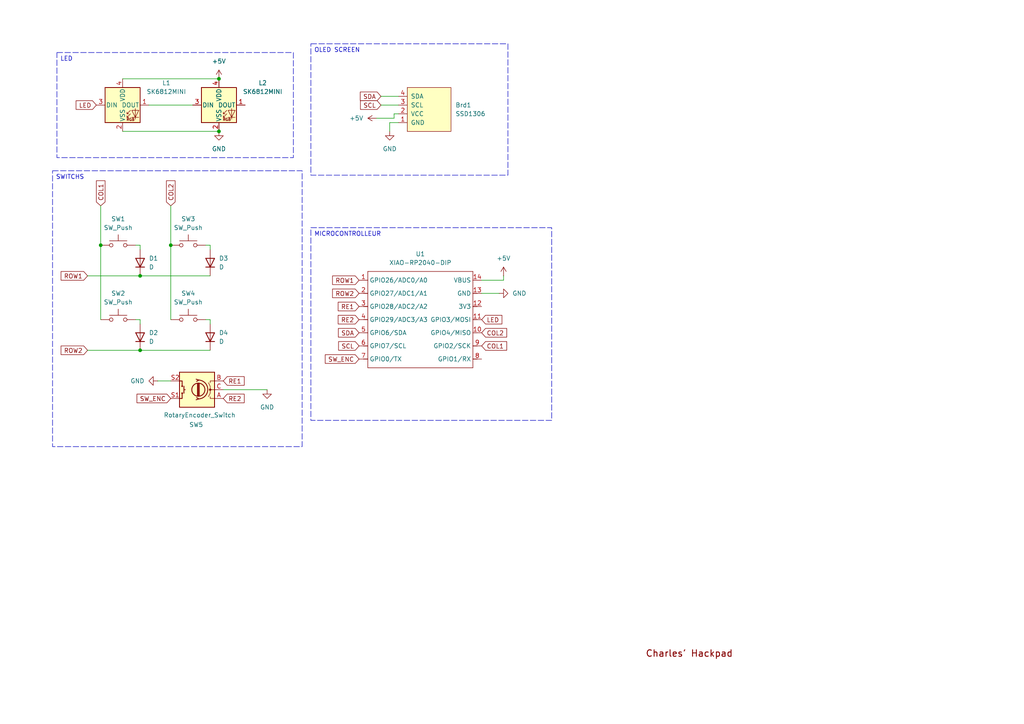
<source format=kicad_sch>
(kicad_sch
	(version 20250114)
	(generator "eeschema")
	(generator_version "9.0")
	(uuid "39e184bd-fc02-4f8e-89be-b61e1e6a7349")
	(paper "A4")
	(lib_symbols
		(symbol "Device:RotaryEncoder_Switch"
			(pin_names
				(offset 0.254)
				(hide yes)
			)
			(exclude_from_sim no)
			(in_bom yes)
			(on_board yes)
			(property "Reference" "SW"
				(at 0 6.604 0)
				(effects
					(font
						(size 1.27 1.27)
					)
				)
			)
			(property "Value" "RotaryEncoder_Switch"
				(at 0 -6.604 0)
				(effects
					(font
						(size 1.27 1.27)
					)
				)
			)
			(property "Footprint" ""
				(at -3.81 4.064 0)
				(effects
					(font
						(size 1.27 1.27)
					)
					(hide yes)
				)
			)
			(property "Datasheet" "~"
				(at 0 6.604 0)
				(effects
					(font
						(size 1.27 1.27)
					)
					(hide yes)
				)
			)
			(property "Description" "Rotary encoder, dual channel, incremental quadrate outputs, with switch"
				(at 0 0 0)
				(effects
					(font
						(size 1.27 1.27)
					)
					(hide yes)
				)
			)
			(property "ki_keywords" "rotary switch encoder switch push button"
				(at 0 0 0)
				(effects
					(font
						(size 1.27 1.27)
					)
					(hide yes)
				)
			)
			(property "ki_fp_filters" "RotaryEncoder*Switch*"
				(at 0 0 0)
				(effects
					(font
						(size 1.27 1.27)
					)
					(hide yes)
				)
			)
			(symbol "RotaryEncoder_Switch_0_1"
				(rectangle
					(start -5.08 5.08)
					(end 5.08 -5.08)
					(stroke
						(width 0.254)
						(type default)
					)
					(fill
						(type background)
					)
				)
				(polyline
					(pts
						(xy -5.08 2.54) (xy -3.81 2.54) (xy -3.81 2.032)
					)
					(stroke
						(width 0)
						(type default)
					)
					(fill
						(type none)
					)
				)
				(polyline
					(pts
						(xy -5.08 0) (xy -3.81 0) (xy -3.81 -1.016) (xy -3.302 -2.032)
					)
					(stroke
						(width 0)
						(type default)
					)
					(fill
						(type none)
					)
				)
				(polyline
					(pts
						(xy -5.08 -2.54) (xy -3.81 -2.54) (xy -3.81 -2.032)
					)
					(stroke
						(width 0)
						(type default)
					)
					(fill
						(type none)
					)
				)
				(polyline
					(pts
						(xy -4.318 0) (xy -3.81 0) (xy -3.81 1.016) (xy -3.302 2.032)
					)
					(stroke
						(width 0)
						(type default)
					)
					(fill
						(type none)
					)
				)
				(circle
					(center -3.81 0)
					(radius 0.254)
					(stroke
						(width 0)
						(type default)
					)
					(fill
						(type outline)
					)
				)
				(polyline
					(pts
						(xy -0.635 -1.778) (xy -0.635 1.778)
					)
					(stroke
						(width 0.254)
						(type default)
					)
					(fill
						(type none)
					)
				)
				(circle
					(center -0.381 0)
					(radius 1.905)
					(stroke
						(width 0.254)
						(type default)
					)
					(fill
						(type none)
					)
				)
				(polyline
					(pts
						(xy -0.381 -1.778) (xy -0.381 1.778)
					)
					(stroke
						(width 0.254)
						(type default)
					)
					(fill
						(type none)
					)
				)
				(arc
					(start -0.381 -2.794)
					(mid -3.0988 -0.0635)
					(end -0.381 2.667)
					(stroke
						(width 0.254)
						(type default)
					)
					(fill
						(type none)
					)
				)
				(polyline
					(pts
						(xy -0.127 1.778) (xy -0.127 -1.778)
					)
					(stroke
						(width 0.254)
						(type default)
					)
					(fill
						(type none)
					)
				)
				(polyline
					(pts
						(xy 0.254 2.921) (xy -0.508 2.667) (xy 0.127 2.286)
					)
					(stroke
						(width 0.254)
						(type default)
					)
					(fill
						(type none)
					)
				)
				(polyline
					(pts
						(xy 0.254 -3.048) (xy -0.508 -2.794) (xy 0.127 -2.413)
					)
					(stroke
						(width 0.254)
						(type default)
					)
					(fill
						(type none)
					)
				)
				(polyline
					(pts
						(xy 3.81 1.016) (xy 3.81 -1.016)
					)
					(stroke
						(width 0.254)
						(type default)
					)
					(fill
						(type none)
					)
				)
				(polyline
					(pts
						(xy 3.81 0) (xy 3.429 0)
					)
					(stroke
						(width 0.254)
						(type default)
					)
					(fill
						(type none)
					)
				)
				(circle
					(center 4.318 1.016)
					(radius 0.127)
					(stroke
						(width 0.254)
						(type default)
					)
					(fill
						(type none)
					)
				)
				(circle
					(center 4.318 -1.016)
					(radius 0.127)
					(stroke
						(width 0.254)
						(type default)
					)
					(fill
						(type none)
					)
				)
				(polyline
					(pts
						(xy 5.08 2.54) (xy 4.318 2.54) (xy 4.318 1.016)
					)
					(stroke
						(width 0.254)
						(type default)
					)
					(fill
						(type none)
					)
				)
				(polyline
					(pts
						(xy 5.08 -2.54) (xy 4.318 -2.54) (xy 4.318 -1.016)
					)
					(stroke
						(width 0.254)
						(type default)
					)
					(fill
						(type none)
					)
				)
			)
			(symbol "RotaryEncoder_Switch_1_1"
				(pin passive line
					(at -7.62 2.54 0)
					(length 2.54)
					(name "A"
						(effects
							(font
								(size 1.27 1.27)
							)
						)
					)
					(number "A"
						(effects
							(font
								(size 1.27 1.27)
							)
						)
					)
				)
				(pin passive line
					(at -7.62 0 0)
					(length 2.54)
					(name "C"
						(effects
							(font
								(size 1.27 1.27)
							)
						)
					)
					(number "C"
						(effects
							(font
								(size 1.27 1.27)
							)
						)
					)
				)
				(pin passive line
					(at -7.62 -2.54 0)
					(length 2.54)
					(name "B"
						(effects
							(font
								(size 1.27 1.27)
							)
						)
					)
					(number "B"
						(effects
							(font
								(size 1.27 1.27)
							)
						)
					)
				)
				(pin passive line
					(at 7.62 2.54 180)
					(length 2.54)
					(name "S1"
						(effects
							(font
								(size 1.27 1.27)
							)
						)
					)
					(number "S1"
						(effects
							(font
								(size 1.27 1.27)
							)
						)
					)
				)
				(pin passive line
					(at 7.62 -2.54 180)
					(length 2.54)
					(name "S2"
						(effects
							(font
								(size 1.27 1.27)
							)
						)
					)
					(number "S2"
						(effects
							(font
								(size 1.27 1.27)
							)
						)
					)
				)
			)
			(embedded_fonts no)
		)
		(symbol "Diode:1N4148"
			(pin_numbers
				(hide yes)
			)
			(pin_names
				(hide yes)
			)
			(exclude_from_sim no)
			(in_bom yes)
			(on_board yes)
			(property "Reference" "D"
				(at 0 2.54 0)
				(effects
					(font
						(size 1.27 1.27)
					)
				)
			)
			(property "Value" "1N4148"
				(at 0 -2.54 0)
				(effects
					(font
						(size 1.27 1.27)
					)
				)
			)
			(property "Footprint" "Diode_THT:D_DO-35_SOD27_P7.62mm_Horizontal"
				(at 0 0 0)
				(effects
					(font
						(size 1.27 1.27)
					)
					(hide yes)
				)
			)
			(property "Datasheet" "https://assets.nexperia.com/documents/data-sheet/1N4148_1N4448.pdf"
				(at 0 0 0)
				(effects
					(font
						(size 1.27 1.27)
					)
					(hide yes)
				)
			)
			(property "Description" "100V 0.15A standard switching diode, DO-35"
				(at 0 0 0)
				(effects
					(font
						(size 1.27 1.27)
					)
					(hide yes)
				)
			)
			(property "Sim.Device" "D"
				(at 0 0 0)
				(effects
					(font
						(size 1.27 1.27)
					)
					(hide yes)
				)
			)
			(property "Sim.Pins" "1=K 2=A"
				(at 0 0 0)
				(effects
					(font
						(size 1.27 1.27)
					)
					(hide yes)
				)
			)
			(property "ki_keywords" "diode"
				(at 0 0 0)
				(effects
					(font
						(size 1.27 1.27)
					)
					(hide yes)
				)
			)
			(property "ki_fp_filters" "D*DO?35*"
				(at 0 0 0)
				(effects
					(font
						(size 1.27 1.27)
					)
					(hide yes)
				)
			)
			(symbol "1N4148_0_1"
				(polyline
					(pts
						(xy -1.27 1.27) (xy -1.27 -1.27)
					)
					(stroke
						(width 0.254)
						(type default)
					)
					(fill
						(type none)
					)
				)
				(polyline
					(pts
						(xy 1.27 1.27) (xy 1.27 -1.27) (xy -1.27 0) (xy 1.27 1.27)
					)
					(stroke
						(width 0.254)
						(type default)
					)
					(fill
						(type none)
					)
				)
				(polyline
					(pts
						(xy 1.27 0) (xy -1.27 0)
					)
					(stroke
						(width 0)
						(type default)
					)
					(fill
						(type none)
					)
				)
			)
			(symbol "1N4148_1_1"
				(pin passive line
					(at -3.81 0 0)
					(length 2.54)
					(name "K"
						(effects
							(font
								(size 1.27 1.27)
							)
						)
					)
					(number "1"
						(effects
							(font
								(size 1.27 1.27)
							)
						)
					)
				)
				(pin passive line
					(at 3.81 0 180)
					(length 2.54)
					(name "A"
						(effects
							(font
								(size 1.27 1.27)
							)
						)
					)
					(number "2"
						(effects
							(font
								(size 1.27 1.27)
							)
						)
					)
				)
			)
			(embedded_fonts no)
		)
		(symbol "LED:SK6812MINI"
			(pin_names
				(offset 0.254)
			)
			(exclude_from_sim no)
			(in_bom yes)
			(on_board yes)
			(property "Reference" "D"
				(at 5.08 5.715 0)
				(effects
					(font
						(size 1.27 1.27)
					)
					(justify right bottom)
				)
			)
			(property "Value" "SK6812MINI"
				(at 1.27 -5.715 0)
				(effects
					(font
						(size 1.27 1.27)
					)
					(justify left top)
				)
			)
			(property "Footprint" "LED_SMD:LED_SK6812MINI_PLCC4_3.5x3.5mm_P1.75mm"
				(at 1.27 -7.62 0)
				(effects
					(font
						(size 1.27 1.27)
					)
					(justify left top)
					(hide yes)
				)
			)
			(property "Datasheet" "https://cdn-shop.adafruit.com/product-files/2686/SK6812MINI_REV.01-1-2.pdf"
				(at 2.54 -9.525 0)
				(effects
					(font
						(size 1.27 1.27)
					)
					(justify left top)
					(hide yes)
				)
			)
			(property "Description" "RGB LED with integrated controller"
				(at 0 0 0)
				(effects
					(font
						(size 1.27 1.27)
					)
					(hide yes)
				)
			)
			(property "ki_keywords" "RGB LED NeoPixel Mini addressable"
				(at 0 0 0)
				(effects
					(font
						(size 1.27 1.27)
					)
					(hide yes)
				)
			)
			(property "ki_fp_filters" "LED*SK6812MINI*PLCC*3.5x3.5mm*P1.75mm*"
				(at 0 0 0)
				(effects
					(font
						(size 1.27 1.27)
					)
					(hide yes)
				)
			)
			(symbol "SK6812MINI_0_0"
				(text "RGB"
					(at 2.286 -4.191 0)
					(effects
						(font
							(size 0.762 0.762)
						)
					)
				)
			)
			(symbol "SK6812MINI_0_1"
				(polyline
					(pts
						(xy 1.27 -2.54) (xy 1.778 -2.54)
					)
					(stroke
						(width 0)
						(type default)
					)
					(fill
						(type none)
					)
				)
				(polyline
					(pts
						(xy 1.27 -3.556) (xy 1.778 -3.556)
					)
					(stroke
						(width 0)
						(type default)
					)
					(fill
						(type none)
					)
				)
				(polyline
					(pts
						(xy 2.286 -1.524) (xy 1.27 -2.54) (xy 1.27 -2.032)
					)
					(stroke
						(width 0)
						(type default)
					)
					(fill
						(type none)
					)
				)
				(polyline
					(pts
						(xy 2.286 -2.54) (xy 1.27 -3.556) (xy 1.27 -3.048)
					)
					(stroke
						(width 0)
						(type default)
					)
					(fill
						(type none)
					)
				)
				(polyline
					(pts
						(xy 3.683 -1.016) (xy 3.683 -3.556) (xy 3.683 -4.064)
					)
					(stroke
						(width 0)
						(type default)
					)
					(fill
						(type none)
					)
				)
				(polyline
					(pts
						(xy 4.699 -1.524) (xy 2.667 -1.524) (xy 3.683 -3.556) (xy 4.699 -1.524)
					)
					(stroke
						(width 0)
						(type default)
					)
					(fill
						(type none)
					)
				)
				(polyline
					(pts
						(xy 4.699 -3.556) (xy 2.667 -3.556)
					)
					(stroke
						(width 0)
						(type default)
					)
					(fill
						(type none)
					)
				)
				(rectangle
					(start 5.08 5.08)
					(end -5.08 -5.08)
					(stroke
						(width 0.254)
						(type default)
					)
					(fill
						(type background)
					)
				)
			)
			(symbol "SK6812MINI_1_1"
				(pin input line
					(at -7.62 0 0)
					(length 2.54)
					(name "DIN"
						(effects
							(font
								(size 1.27 1.27)
							)
						)
					)
					(number "3"
						(effects
							(font
								(size 1.27 1.27)
							)
						)
					)
				)
				(pin power_in line
					(at 0 7.62 270)
					(length 2.54)
					(name "VDD"
						(effects
							(font
								(size 1.27 1.27)
							)
						)
					)
					(number "4"
						(effects
							(font
								(size 1.27 1.27)
							)
						)
					)
				)
				(pin power_in line
					(at 0 -7.62 90)
					(length 2.54)
					(name "VSS"
						(effects
							(font
								(size 1.27 1.27)
							)
						)
					)
					(number "2"
						(effects
							(font
								(size 1.27 1.27)
							)
						)
					)
				)
				(pin output line
					(at 7.62 0 180)
					(length 2.54)
					(name "DOUT"
						(effects
							(font
								(size 1.27 1.27)
							)
						)
					)
					(number "1"
						(effects
							(font
								(size 1.27 1.27)
							)
						)
					)
				)
			)
			(embedded_fonts no)
		)
		(symbol "SSD1306-128x64_OLED:SSD1306"
			(pin_names
				(offset 1.016)
			)
			(exclude_from_sim no)
			(in_bom yes)
			(on_board yes)
			(property "Reference" "Brd"
				(at 0 -3.81 0)
				(effects
					(font
						(size 1.27 1.27)
					)
				)
			)
			(property "Value" "SSD1306"
				(at 0 -1.27 0)
				(effects
					(font
						(size 1.27 1.27)
					)
				)
			)
			(property "Footprint" ""
				(at 0 6.35 0)
				(effects
					(font
						(size 1.27 1.27)
					)
					(hide yes)
				)
			)
			(property "Datasheet" ""
				(at 0 6.35 0)
				(effects
					(font
						(size 1.27 1.27)
					)
					(hide yes)
				)
			)
			(property "Description" "SSD1306 OLED"
				(at 0 0 0)
				(effects
					(font
						(size 1.27 1.27)
					)
					(hide yes)
				)
			)
			(property "ki_keywords" "SSD1306"
				(at 0 0 0)
				(effects
					(font
						(size 1.27 1.27)
					)
					(hide yes)
				)
			)
			(property "ki_fp_filters" "SSD1306-128x64_OLED:SSD1306"
				(at 0 0 0)
				(effects
					(font
						(size 1.27 1.27)
					)
					(hide yes)
				)
			)
			(symbol "SSD1306_0_1"
				(rectangle
					(start -6.35 6.35)
					(end 6.35 -6.35)
					(stroke
						(width 0)
						(type solid)
					)
					(fill
						(type background)
					)
				)
			)
			(symbol "SSD1306_1_1"
				(pin input line
					(at -3.81 8.89 270)
					(length 2.54)
					(name "GND"
						(effects
							(font
								(size 1.27 1.27)
							)
						)
					)
					(number "1"
						(effects
							(font
								(size 1.27 1.27)
							)
						)
					)
				)
				(pin input line
					(at -1.27 8.89 270)
					(length 2.54)
					(name "VCC"
						(effects
							(font
								(size 1.27 1.27)
							)
						)
					)
					(number "2"
						(effects
							(font
								(size 1.27 1.27)
							)
						)
					)
				)
				(pin input line
					(at 1.27 8.89 270)
					(length 2.54)
					(name "SCL"
						(effects
							(font
								(size 1.27 1.27)
							)
						)
					)
					(number "3"
						(effects
							(font
								(size 1.27 1.27)
							)
						)
					)
				)
				(pin input line
					(at 3.81 8.89 270)
					(length 2.54)
					(name "SDA"
						(effects
							(font
								(size 1.27 1.27)
							)
						)
					)
					(number "4"
						(effects
							(font
								(size 1.27 1.27)
							)
						)
					)
				)
			)
			(embedded_fonts no)
		)
		(symbol "Seeed_Studio_XIAO_Series:XIAO-RP2040-DIP"
			(exclude_from_sim no)
			(in_bom yes)
			(on_board yes)
			(property "Reference" "U"
				(at 0 0 0)
				(effects
					(font
						(size 1.27 1.27)
					)
				)
			)
			(property "Value" "XIAO-RP2040-DIP"
				(at 5.334 -1.778 0)
				(effects
					(font
						(size 1.27 1.27)
					)
				)
			)
			(property "Footprint" "Module:MOUDLE14P-XIAO-DIP-SMD"
				(at 14.478 -32.258 0)
				(effects
					(font
						(size 1.27 1.27)
					)
					(hide yes)
				)
			)
			(property "Datasheet" ""
				(at 0 0 0)
				(effects
					(font
						(size 1.27 1.27)
					)
					(hide yes)
				)
			)
			(property "Description" ""
				(at 0 0 0)
				(effects
					(font
						(size 1.27 1.27)
					)
					(hide yes)
				)
			)
			(symbol "XIAO-RP2040-DIP_1_0"
				(polyline
					(pts
						(xy -1.27 -2.54) (xy 29.21 -2.54)
					)
					(stroke
						(width 0.1524)
						(type solid)
					)
					(fill
						(type none)
					)
				)
				(polyline
					(pts
						(xy -1.27 -5.08) (xy -2.54 -5.08)
					)
					(stroke
						(width 0.1524)
						(type solid)
					)
					(fill
						(type none)
					)
				)
				(polyline
					(pts
						(xy -1.27 -5.08) (xy -1.27 -2.54)
					)
					(stroke
						(width 0.1524)
						(type solid)
					)
					(fill
						(type none)
					)
				)
				(polyline
					(pts
						(xy -1.27 -8.89) (xy -2.54 -8.89)
					)
					(stroke
						(width 0.1524)
						(type solid)
					)
					(fill
						(type none)
					)
				)
				(polyline
					(pts
						(xy -1.27 -8.89) (xy -1.27 -5.08)
					)
					(stroke
						(width 0.1524)
						(type solid)
					)
					(fill
						(type none)
					)
				)
				(polyline
					(pts
						(xy -1.27 -12.7) (xy -2.54 -12.7)
					)
					(stroke
						(width 0.1524)
						(type solid)
					)
					(fill
						(type none)
					)
				)
				(polyline
					(pts
						(xy -1.27 -12.7) (xy -1.27 -8.89)
					)
					(stroke
						(width 0.1524)
						(type solid)
					)
					(fill
						(type none)
					)
				)
				(polyline
					(pts
						(xy -1.27 -16.51) (xy -2.54 -16.51)
					)
					(stroke
						(width 0.1524)
						(type solid)
					)
					(fill
						(type none)
					)
				)
				(polyline
					(pts
						(xy -1.27 -16.51) (xy -1.27 -12.7)
					)
					(stroke
						(width 0.1524)
						(type solid)
					)
					(fill
						(type none)
					)
				)
				(polyline
					(pts
						(xy -1.27 -20.32) (xy -2.54 -20.32)
					)
					(stroke
						(width 0.1524)
						(type solid)
					)
					(fill
						(type none)
					)
				)
				(polyline
					(pts
						(xy -1.27 -24.13) (xy -2.54 -24.13)
					)
					(stroke
						(width 0.1524)
						(type solid)
					)
					(fill
						(type none)
					)
				)
				(polyline
					(pts
						(xy -1.27 -27.94) (xy -2.54 -27.94)
					)
					(stroke
						(width 0.1524)
						(type solid)
					)
					(fill
						(type none)
					)
				)
				(polyline
					(pts
						(xy -1.27 -30.48) (xy -1.27 -16.51)
					)
					(stroke
						(width 0.1524)
						(type solid)
					)
					(fill
						(type none)
					)
				)
				(polyline
					(pts
						(xy 29.21 -2.54) (xy 29.21 -5.08)
					)
					(stroke
						(width 0.1524)
						(type solid)
					)
					(fill
						(type none)
					)
				)
				(polyline
					(pts
						(xy 29.21 -5.08) (xy 29.21 -8.89)
					)
					(stroke
						(width 0.1524)
						(type solid)
					)
					(fill
						(type none)
					)
				)
				(polyline
					(pts
						(xy 29.21 -8.89) (xy 29.21 -12.7)
					)
					(stroke
						(width 0.1524)
						(type solid)
					)
					(fill
						(type none)
					)
				)
				(polyline
					(pts
						(xy 29.21 -12.7) (xy 29.21 -30.48)
					)
					(stroke
						(width 0.1524)
						(type solid)
					)
					(fill
						(type none)
					)
				)
				(polyline
					(pts
						(xy 29.21 -30.48) (xy -1.27 -30.48)
					)
					(stroke
						(width 0.1524)
						(type solid)
					)
					(fill
						(type none)
					)
				)
				(polyline
					(pts
						(xy 30.48 -5.08) (xy 29.21 -5.08)
					)
					(stroke
						(width 0.1524)
						(type solid)
					)
					(fill
						(type none)
					)
				)
				(polyline
					(pts
						(xy 30.48 -8.89) (xy 29.21 -8.89)
					)
					(stroke
						(width 0.1524)
						(type solid)
					)
					(fill
						(type none)
					)
				)
				(polyline
					(pts
						(xy 30.48 -12.7) (xy 29.21 -12.7)
					)
					(stroke
						(width 0.1524)
						(type solid)
					)
					(fill
						(type none)
					)
				)
				(polyline
					(pts
						(xy 30.48 -16.51) (xy 29.21 -16.51)
					)
					(stroke
						(width 0.1524)
						(type solid)
					)
					(fill
						(type none)
					)
				)
				(polyline
					(pts
						(xy 30.48 -20.32) (xy 29.21 -20.32)
					)
					(stroke
						(width 0.1524)
						(type solid)
					)
					(fill
						(type none)
					)
				)
				(polyline
					(pts
						(xy 30.48 -24.13) (xy 29.21 -24.13)
					)
					(stroke
						(width 0.1524)
						(type solid)
					)
					(fill
						(type none)
					)
				)
				(polyline
					(pts
						(xy 30.48 -27.94) (xy 29.21 -27.94)
					)
					(stroke
						(width 0.1524)
						(type solid)
					)
					(fill
						(type none)
					)
				)
				(pin passive line
					(at -3.81 -5.08 0)
					(length 2.54)
					(name "GPIO26/ADC0/A0"
						(effects
							(font
								(size 1.27 1.27)
							)
						)
					)
					(number "1"
						(effects
							(font
								(size 1.27 1.27)
							)
						)
					)
				)
				(pin passive line
					(at -3.81 -8.89 0)
					(length 2.54)
					(name "GPIO27/ADC1/A1"
						(effects
							(font
								(size 1.27 1.27)
							)
						)
					)
					(number "2"
						(effects
							(font
								(size 1.27 1.27)
							)
						)
					)
				)
				(pin passive line
					(at -3.81 -12.7 0)
					(length 2.54)
					(name "GPIO28/ADC2/A2"
						(effects
							(font
								(size 1.27 1.27)
							)
						)
					)
					(number "3"
						(effects
							(font
								(size 1.27 1.27)
							)
						)
					)
				)
				(pin passive line
					(at -3.81 -16.51 0)
					(length 2.54)
					(name "GPIO29/ADC3/A3"
						(effects
							(font
								(size 1.27 1.27)
							)
						)
					)
					(number "4"
						(effects
							(font
								(size 1.27 1.27)
							)
						)
					)
				)
				(pin passive line
					(at -3.81 -20.32 0)
					(length 2.54)
					(name "GPIO6/SDA"
						(effects
							(font
								(size 1.27 1.27)
							)
						)
					)
					(number "5"
						(effects
							(font
								(size 1.27 1.27)
							)
						)
					)
				)
				(pin passive line
					(at -3.81 -24.13 0)
					(length 2.54)
					(name "GPIO7/SCL"
						(effects
							(font
								(size 1.27 1.27)
							)
						)
					)
					(number "6"
						(effects
							(font
								(size 1.27 1.27)
							)
						)
					)
				)
				(pin passive line
					(at -3.81 -27.94 0)
					(length 2.54)
					(name "GPIO0/TX"
						(effects
							(font
								(size 1.27 1.27)
							)
						)
					)
					(number "7"
						(effects
							(font
								(size 1.27 1.27)
							)
						)
					)
				)
				(pin passive line
					(at 31.75 -5.08 180)
					(length 2.54)
					(name "VBUS"
						(effects
							(font
								(size 1.27 1.27)
							)
						)
					)
					(number "14"
						(effects
							(font
								(size 1.27 1.27)
							)
						)
					)
				)
				(pin passive line
					(at 31.75 -8.89 180)
					(length 2.54)
					(name "GND"
						(effects
							(font
								(size 1.27 1.27)
							)
						)
					)
					(number "13"
						(effects
							(font
								(size 1.27 1.27)
							)
						)
					)
				)
				(pin passive line
					(at 31.75 -12.7 180)
					(length 2.54)
					(name "3V3"
						(effects
							(font
								(size 1.27 1.27)
							)
						)
					)
					(number "12"
						(effects
							(font
								(size 1.27 1.27)
							)
						)
					)
				)
				(pin passive line
					(at 31.75 -16.51 180)
					(length 2.54)
					(name "GPIO3/MOSI"
						(effects
							(font
								(size 1.27 1.27)
							)
						)
					)
					(number "11"
						(effects
							(font
								(size 1.27 1.27)
							)
						)
					)
				)
				(pin passive line
					(at 31.75 -20.32 180)
					(length 2.54)
					(name "GPIO4/MISO"
						(effects
							(font
								(size 1.27 1.27)
							)
						)
					)
					(number "10"
						(effects
							(font
								(size 1.27 1.27)
							)
						)
					)
				)
				(pin passive line
					(at 31.75 -24.13 180)
					(length 2.54)
					(name "GPIO2/SCK"
						(effects
							(font
								(size 1.27 1.27)
							)
						)
					)
					(number "9"
						(effects
							(font
								(size 1.27 1.27)
							)
						)
					)
				)
				(pin passive line
					(at 31.75 -27.94 180)
					(length 2.54)
					(name "GPIO1/RX"
						(effects
							(font
								(size 1.27 1.27)
							)
						)
					)
					(number "8"
						(effects
							(font
								(size 1.27 1.27)
							)
						)
					)
				)
			)
			(embedded_fonts no)
		)
		(symbol "Switch:SW_Push"
			(pin_numbers
				(hide yes)
			)
			(pin_names
				(offset 1.016)
				(hide yes)
			)
			(exclude_from_sim no)
			(in_bom yes)
			(on_board yes)
			(property "Reference" "SW"
				(at 1.27 2.54 0)
				(effects
					(font
						(size 1.27 1.27)
					)
					(justify left)
				)
			)
			(property "Value" "SW_Push"
				(at 0 -1.524 0)
				(effects
					(font
						(size 1.27 1.27)
					)
				)
			)
			(property "Footprint" ""
				(at 0 5.08 0)
				(effects
					(font
						(size 1.27 1.27)
					)
					(hide yes)
				)
			)
			(property "Datasheet" "~"
				(at 0 5.08 0)
				(effects
					(font
						(size 1.27 1.27)
					)
					(hide yes)
				)
			)
			(property "Description" "Push button switch, generic, two pins"
				(at 0 0 0)
				(effects
					(font
						(size 1.27 1.27)
					)
					(hide yes)
				)
			)
			(property "ki_keywords" "switch normally-open pushbutton push-button"
				(at 0 0 0)
				(effects
					(font
						(size 1.27 1.27)
					)
					(hide yes)
				)
			)
			(symbol "SW_Push_0_1"
				(circle
					(center -2.032 0)
					(radius 0.508)
					(stroke
						(width 0)
						(type default)
					)
					(fill
						(type none)
					)
				)
				(polyline
					(pts
						(xy 0 1.27) (xy 0 3.048)
					)
					(stroke
						(width 0)
						(type default)
					)
					(fill
						(type none)
					)
				)
				(circle
					(center 2.032 0)
					(radius 0.508)
					(stroke
						(width 0)
						(type default)
					)
					(fill
						(type none)
					)
				)
				(polyline
					(pts
						(xy 2.54 1.27) (xy -2.54 1.27)
					)
					(stroke
						(width 0)
						(type default)
					)
					(fill
						(type none)
					)
				)
				(pin passive line
					(at -5.08 0 0)
					(length 2.54)
					(name "1"
						(effects
							(font
								(size 1.27 1.27)
							)
						)
					)
					(number "1"
						(effects
							(font
								(size 1.27 1.27)
							)
						)
					)
				)
				(pin passive line
					(at 5.08 0 180)
					(length 2.54)
					(name "2"
						(effects
							(font
								(size 1.27 1.27)
							)
						)
					)
					(number "2"
						(effects
							(font
								(size 1.27 1.27)
							)
						)
					)
				)
			)
			(embedded_fonts no)
		)
		(symbol "power:+5V"
			(power)
			(pin_numbers
				(hide yes)
			)
			(pin_names
				(offset 0)
				(hide yes)
			)
			(exclude_from_sim no)
			(in_bom yes)
			(on_board yes)
			(property "Reference" "#PWR"
				(at 0 -3.81 0)
				(effects
					(font
						(size 1.27 1.27)
					)
					(hide yes)
				)
			)
			(property "Value" "+5V"
				(at 0 3.556 0)
				(effects
					(font
						(size 1.27 1.27)
					)
				)
			)
			(property "Footprint" ""
				(at 0 0 0)
				(effects
					(font
						(size 1.27 1.27)
					)
					(hide yes)
				)
			)
			(property "Datasheet" ""
				(at 0 0 0)
				(effects
					(font
						(size 1.27 1.27)
					)
					(hide yes)
				)
			)
			(property "Description" "Power symbol creates a global label with name \"+5V\""
				(at 0 0 0)
				(effects
					(font
						(size 1.27 1.27)
					)
					(hide yes)
				)
			)
			(property "ki_keywords" "global power"
				(at 0 0 0)
				(effects
					(font
						(size 1.27 1.27)
					)
					(hide yes)
				)
			)
			(symbol "+5V_0_1"
				(polyline
					(pts
						(xy -0.762 1.27) (xy 0 2.54)
					)
					(stroke
						(width 0)
						(type default)
					)
					(fill
						(type none)
					)
				)
				(polyline
					(pts
						(xy 0 2.54) (xy 0.762 1.27)
					)
					(stroke
						(width 0)
						(type default)
					)
					(fill
						(type none)
					)
				)
				(polyline
					(pts
						(xy 0 0) (xy 0 2.54)
					)
					(stroke
						(width 0)
						(type default)
					)
					(fill
						(type none)
					)
				)
			)
			(symbol "+5V_1_1"
				(pin power_in line
					(at 0 0 90)
					(length 0)
					(name "~"
						(effects
							(font
								(size 1.27 1.27)
							)
						)
					)
					(number "1"
						(effects
							(font
								(size 1.27 1.27)
							)
						)
					)
				)
			)
			(embedded_fonts no)
		)
		(symbol "power:GND"
			(power)
			(pin_numbers
				(hide yes)
			)
			(pin_names
				(offset 0)
				(hide yes)
			)
			(exclude_from_sim no)
			(in_bom yes)
			(on_board yes)
			(property "Reference" "#PWR"
				(at 0 -6.35 0)
				(effects
					(font
						(size 1.27 1.27)
					)
					(hide yes)
				)
			)
			(property "Value" "GND"
				(at 0 -3.81 0)
				(effects
					(font
						(size 1.27 1.27)
					)
				)
			)
			(property "Footprint" ""
				(at 0 0 0)
				(effects
					(font
						(size 1.27 1.27)
					)
					(hide yes)
				)
			)
			(property "Datasheet" ""
				(at 0 0 0)
				(effects
					(font
						(size 1.27 1.27)
					)
					(hide yes)
				)
			)
			(property "Description" "Power symbol creates a global label with name \"GND\" , ground"
				(at 0 0 0)
				(effects
					(font
						(size 1.27 1.27)
					)
					(hide yes)
				)
			)
			(property "ki_keywords" "global power"
				(at 0 0 0)
				(effects
					(font
						(size 1.27 1.27)
					)
					(hide yes)
				)
			)
			(symbol "GND_0_1"
				(polyline
					(pts
						(xy 0 0) (xy 0 -1.27) (xy 1.27 -1.27) (xy 0 -2.54) (xy -1.27 -1.27) (xy 0 -1.27)
					)
					(stroke
						(width 0)
						(type default)
					)
					(fill
						(type none)
					)
				)
			)
			(symbol "GND_1_1"
				(pin power_in line
					(at 0 0 270)
					(length 0)
					(name "~"
						(effects
							(font
								(size 1.27 1.27)
							)
						)
					)
					(number "1"
						(effects
							(font
								(size 1.27 1.27)
							)
						)
					)
				)
			)
			(embedded_fonts no)
		)
	)
	(text "Charles' Hackpad"
		(exclude_from_sim no)
		(at 187.198 189.738 0)
		(effects
			(font
				(size 1.905 1.905)
				(thickness 0.254)
				(bold yes)
				(color 132 0 0 1)
			)
			(justify left)
		)
		(uuid "8b6119fa-412c-4b8f-9591-88df20a6d7c1")
	)
	(text_box "OLED SCREEN"
		(exclude_from_sim no)
		(at 90.17 12.7 0)
		(size 57.15 38.1)
		(margins 0.9525 0.9525 0.9525 0.9525)
		(stroke
			(width 0)
			(type dash)
		)
		(fill
			(type none)
		)
		(effects
			(font
				(size 1.27 1.27)
			)
			(justify left top)
		)
		(uuid "001b09b0-6e8b-4912-bb25-e1870fad40b4")
	)
	(text_box "MICROCONTROLLEUR"
		(exclude_from_sim no)
		(at 90.17 66.04 0)
		(size 69.85 55.88)
		(margins 0.9525 0.9525 0.9525 0.9525)
		(stroke
			(width 0)
			(type dash)
		)
		(fill
			(type none)
		)
		(effects
			(font
				(size 1.27 1.27)
			)
			(justify left top)
		)
		(uuid "564d5806-010e-4dca-8f12-7abbc0e44f9b")
	)
	(text_box "LED"
		(exclude_from_sim no)
		(at 16.51 15.24 0)
		(size 68.58 30.48)
		(margins 0.9525 0.9525 0.9525 0.9525)
		(stroke
			(width 0)
			(type dash)
		)
		(fill
			(type none)
		)
		(effects
			(font
				(size 1.27 1.27)
			)
			(justify left top)
		)
		(uuid "b96dee03-45a0-4083-86cc-134c4045f9d1")
	)
	(text_box "SWITCHS"
		(exclude_from_sim no)
		(at 15.24 49.53 0)
		(size 72.39 80.01)
		(margins 0.9525 0.9525 0.9525 0.9525)
		(stroke
			(width 0)
			(type dash)
		)
		(fill
			(type none)
		)
		(effects
			(font
				(size 1.27 1.27)
			)
			(justify left top)
		)
		(uuid "fb477875-3e16-475a-81f7-a3d30f13b848")
	)
	(junction
		(at 40.64 101.6)
		(diameter 0)
		(color 0 0 0 0)
		(uuid "25bcbefe-7e46-4990-b5a2-c4deaece289f")
	)
	(junction
		(at 40.64 80.01)
		(diameter 0)
		(color 0 0 0 0)
		(uuid "2993fcdb-c31f-4421-b1ca-f556d3cadaf0")
	)
	(junction
		(at 63.5 22.86)
		(diameter 0)
		(color 0 0 0 0)
		(uuid "2a1a511b-ddc0-47d2-a3f2-f95aced6e597")
	)
	(junction
		(at 29.21 71.12)
		(diameter 0)
		(color 0 0 0 0)
		(uuid "5f47c276-399e-48db-a279-56ae8fac7dc4")
	)
	(junction
		(at 49.53 71.12)
		(diameter 0)
		(color 0 0 0 0)
		(uuid "97388b66-6092-4872-952f-bd1bbb92fc53")
	)
	(junction
		(at 63.5 38.1)
		(diameter 0)
		(color 0 0 0 0)
		(uuid "d3ef2811-6812-444d-a37e-b019c0533559")
	)
	(wire
		(pts
			(xy 25.4 101.6) (xy 40.64 101.6)
		)
		(stroke
			(width 0)
			(type default)
		)
		(uuid "01565ccb-a96c-422a-8161-e693482a9293")
	)
	(wire
		(pts
			(xy 43.18 30.48) (xy 55.88 30.48)
		)
		(stroke
			(width 0)
			(type default)
		)
		(uuid "07e96a62-8b70-47ff-8c5f-cf5e1c71eec4")
	)
	(wire
		(pts
			(xy 139.7 81.28) (xy 146.05 81.28)
		)
		(stroke
			(width 0)
			(type default)
		)
		(uuid "08c996ec-1e18-474e-a7e4-aea31e77a762")
	)
	(wire
		(pts
			(xy 109.22 34.29) (xy 114.3 34.29)
		)
		(stroke
			(width 0)
			(type default)
		)
		(uuid "18277684-5c51-4101-a526-b11ad4913940")
	)
	(wire
		(pts
			(xy 45.72 110.49) (xy 49.53 110.49)
		)
		(stroke
			(width 0)
			(type default)
		)
		(uuid "1a621e0e-472f-4f47-a31e-bfb373b57f20")
	)
	(wire
		(pts
			(xy 114.3 34.29) (xy 114.3 33.02)
		)
		(stroke
			(width 0)
			(type default)
		)
		(uuid "1cb12144-c8b4-4e64-ad73-78abf54bbccf")
	)
	(wire
		(pts
			(xy 113.03 35.56) (xy 115.57 35.56)
		)
		(stroke
			(width 0)
			(type default)
		)
		(uuid "23e58692-41a9-42fa-ba4c-ff724e1601d5")
	)
	(wire
		(pts
			(xy 35.56 38.1) (xy 63.5 38.1)
		)
		(stroke
			(width 0)
			(type default)
		)
		(uuid "32ad950e-1421-4dbc-b049-c8d8c17fba27")
	)
	(wire
		(pts
			(xy 29.21 71.12) (xy 29.21 92.71)
		)
		(stroke
			(width 0)
			(type default)
		)
		(uuid "36e0bc4d-9e28-44b2-9ecd-39207709a7c1")
	)
	(wire
		(pts
			(xy 114.3 33.02) (xy 115.57 33.02)
		)
		(stroke
			(width 0)
			(type default)
		)
		(uuid "38626d17-3ae2-48ae-9cf1-ae0e727a8f1a")
	)
	(wire
		(pts
			(xy 25.4 80.01) (xy 40.64 80.01)
		)
		(stroke
			(width 0)
			(type default)
		)
		(uuid "57863341-a03b-4da9-9664-3d5bbfb9ef43")
	)
	(wire
		(pts
			(xy 110.49 30.48) (xy 115.57 30.48)
		)
		(stroke
			(width 0)
			(type default)
		)
		(uuid "5c7992c1-5ffd-4807-a06a-74a82c00a6c9")
	)
	(wire
		(pts
			(xy 49.53 59.69) (xy 49.53 71.12)
		)
		(stroke
			(width 0)
			(type default)
		)
		(uuid "5d170493-e337-4ef2-9b3a-2cc78ef2cfcf")
	)
	(wire
		(pts
			(xy 49.53 71.12) (xy 49.53 92.71)
		)
		(stroke
			(width 0)
			(type default)
		)
		(uuid "6043d3b3-5daf-4851-a9b0-6d35a91999a6")
	)
	(wire
		(pts
			(xy 60.96 92.71) (xy 60.96 93.98)
		)
		(stroke
			(width 0)
			(type default)
		)
		(uuid "845c6a7f-4d13-4d7f-bc8f-76aa61551660")
	)
	(wire
		(pts
			(xy 60.96 71.12) (xy 60.96 72.39)
		)
		(stroke
			(width 0)
			(type default)
		)
		(uuid "8da62218-ee19-4b30-ae8c-ff7a4ffb3c6b")
	)
	(wire
		(pts
			(xy 146.05 80.01) (xy 146.05 81.28)
		)
		(stroke
			(width 0)
			(type default)
		)
		(uuid "8e9dd60e-c734-4b7c-b2ea-e5b5be26ff7a")
	)
	(wire
		(pts
			(xy 40.64 71.12) (xy 40.64 72.39)
		)
		(stroke
			(width 0)
			(type default)
		)
		(uuid "a05b5ea7-d2bf-41f4-bc99-91cdecb94268")
	)
	(wire
		(pts
			(xy 60.96 92.71) (xy 59.69 92.71)
		)
		(stroke
			(width 0)
			(type default)
		)
		(uuid "a5e475fd-87b0-4fab-b70f-68f68de0683b")
	)
	(wire
		(pts
			(xy 39.37 71.12) (xy 40.64 71.12)
		)
		(stroke
			(width 0)
			(type default)
		)
		(uuid "a81924ae-68b2-4a1a-b7b5-8d6903af59dc")
	)
	(wire
		(pts
			(xy 40.64 92.71) (xy 40.64 93.98)
		)
		(stroke
			(width 0)
			(type default)
		)
		(uuid "ac11bf34-3e54-471e-9126-04992cc08b84")
	)
	(wire
		(pts
			(xy 39.37 92.71) (xy 40.64 92.71)
		)
		(stroke
			(width 0)
			(type default)
		)
		(uuid "b828af6d-804f-4c16-a838-77ee187af3b8")
	)
	(wire
		(pts
			(xy 144.78 85.09) (xy 139.7 85.09)
		)
		(stroke
			(width 0)
			(type default)
		)
		(uuid "c6dc3e4a-ffd7-4f79-9cd7-11c53b0623cc")
	)
	(wire
		(pts
			(xy 113.03 38.1) (xy 113.03 35.56)
		)
		(stroke
			(width 0)
			(type default)
		)
		(uuid "d1457ef9-368f-452b-9d33-4f98dc16b63d")
	)
	(wire
		(pts
			(xy 64.77 113.03) (xy 77.47 113.03)
		)
		(stroke
			(width 0)
			(type default)
		)
		(uuid "d710583e-21a6-4930-8655-d8c0ecc60abc")
	)
	(wire
		(pts
			(xy 40.64 80.01) (xy 60.96 80.01)
		)
		(stroke
			(width 0)
			(type default)
		)
		(uuid "da06f07b-c619-43f0-b70a-e9a4d327af26")
	)
	(wire
		(pts
			(xy 59.69 71.12) (xy 60.96 71.12)
		)
		(stroke
			(width 0)
			(type default)
		)
		(uuid "e3330e4c-7b0f-49e0-a806-d68038bf62a7")
	)
	(wire
		(pts
			(xy 29.21 59.69) (xy 29.21 71.12)
		)
		(stroke
			(width 0)
			(type default)
		)
		(uuid "eb6a9150-9c38-488f-823e-cbb05ecaff16")
	)
	(wire
		(pts
			(xy 110.49 27.94) (xy 115.57 27.94)
		)
		(stroke
			(width 0)
			(type default)
		)
		(uuid "edead1d6-4f7d-4152-97b1-f94d33bae1f6")
	)
	(wire
		(pts
			(xy 35.56 22.86) (xy 63.5 22.86)
		)
		(stroke
			(width 0)
			(type default)
		)
		(uuid "f73af353-46f3-40d7-aed1-41554de1c539")
	)
	(wire
		(pts
			(xy 40.64 101.6) (xy 60.96 101.6)
		)
		(stroke
			(width 0)
			(type default)
		)
		(uuid "f8254103-b37c-416d-a0ac-fb3f17d4498e")
	)
	(global_label "ROW2"
		(shape input)
		(at 25.4 101.6 180)
		(fields_autoplaced yes)
		(effects
			(font
				(size 1.27 1.27)
			)
			(justify right)
		)
		(uuid "034afc8b-3785-4244-8673-37083b166ef8")
		(property "Intersheetrefs" "${INTERSHEET_REFS}"
			(at 17.1534 101.6 0)
			(effects
				(font
					(size 1.27 1.27)
				)
				(justify right)
				(hide yes)
			)
		)
	)
	(global_label "SDA"
		(shape input)
		(at 104.14 96.52 180)
		(fields_autoplaced yes)
		(effects
			(font
				(size 1.27 1.27)
			)
			(justify right)
		)
		(uuid "0378f87e-1508-4f9d-a8e0-81aaa75a9dac")
		(property "Intersheetrefs" "${INTERSHEET_REFS}"
			(at 97.5867 96.52 0)
			(effects
				(font
					(size 1.27 1.27)
				)
				(justify right)
				(hide yes)
			)
		)
	)
	(global_label "RE2"
		(shape input)
		(at 104.14 92.71 180)
		(fields_autoplaced yes)
		(effects
			(font
				(size 1.27 1.27)
			)
			(justify right)
		)
		(uuid "128c19f1-db23-4965-8e4d-f920c40d7527")
		(property "Intersheetrefs" "${INTERSHEET_REFS}"
			(at 97.5263 92.71 0)
			(effects
				(font
					(size 1.27 1.27)
				)
				(justify right)
				(hide yes)
			)
		)
	)
	(global_label "ROW1"
		(shape input)
		(at 104.14 81.28 180)
		(fields_autoplaced yes)
		(effects
			(font
				(size 1.27 1.27)
			)
			(justify right)
		)
		(uuid "154702a8-5e0d-47d4-a5a0-801acd4e7708")
		(property "Intersheetrefs" "${INTERSHEET_REFS}"
			(at 95.8934 81.28 0)
			(effects
				(font
					(size 1.27 1.27)
				)
				(justify right)
				(hide yes)
			)
		)
	)
	(global_label "LED"
		(shape input)
		(at 27.94 30.48 180)
		(fields_autoplaced yes)
		(effects
			(font
				(size 1.27 1.27)
			)
			(justify right)
		)
		(uuid "18e046fd-e517-42e7-a125-feaee9609331")
		(property "Intersheetrefs" "${INTERSHEET_REFS}"
			(at 21.5077 30.48 0)
			(effects
				(font
					(size 1.27 1.27)
				)
				(justify right)
				(hide yes)
			)
		)
	)
	(global_label "RE1"
		(shape input)
		(at 64.77 110.49 0)
		(fields_autoplaced yes)
		(effects
			(font
				(size 1.27 1.27)
			)
			(justify left)
		)
		(uuid "19219995-4d07-4dfa-967e-7ca1601ea685")
		(property "Intersheetrefs" "${INTERSHEET_REFS}"
			(at 71.3837 110.49 0)
			(effects
				(font
					(size 1.27 1.27)
				)
				(justify left)
				(hide yes)
			)
		)
	)
	(global_label "SDA"
		(shape input)
		(at 110.49 27.94 180)
		(fields_autoplaced yes)
		(effects
			(font
				(size 1.27 1.27)
			)
			(justify right)
		)
		(uuid "3c28517e-4f60-4d55-a40a-44c81f36718e")
		(property "Intersheetrefs" "${INTERSHEET_REFS}"
			(at 103.9367 27.94 0)
			(effects
				(font
					(size 1.27 1.27)
				)
				(justify right)
				(hide yes)
			)
		)
	)
	(global_label "ROW2"
		(shape input)
		(at 104.14 85.09 180)
		(fields_autoplaced yes)
		(effects
			(font
				(size 1.27 1.27)
			)
			(justify right)
		)
		(uuid "449b6dee-c48e-4cc7-b999-33ab77b575e5")
		(property "Intersheetrefs" "${INTERSHEET_REFS}"
			(at 95.8934 85.09 0)
			(effects
				(font
					(size 1.27 1.27)
				)
				(justify right)
				(hide yes)
			)
		)
	)
	(global_label "SCL"
		(shape input)
		(at 110.49 30.48 180)
		(fields_autoplaced yes)
		(effects
			(font
				(size 1.27 1.27)
			)
			(justify right)
		)
		(uuid "4908b604-aae5-4c3b-9b4b-3b4e1dbda2e1")
		(property "Intersheetrefs" "${INTERSHEET_REFS}"
			(at 103.9972 30.48 0)
			(effects
				(font
					(size 1.27 1.27)
				)
				(justify right)
				(hide yes)
			)
		)
	)
	(global_label "RE1"
		(shape input)
		(at 104.14 88.9 180)
		(fields_autoplaced yes)
		(effects
			(font
				(size 1.27 1.27)
			)
			(justify right)
		)
		(uuid "4c0999b4-6d31-4a1d-a09a-8b271d6ef965")
		(property "Intersheetrefs" "${INTERSHEET_REFS}"
			(at 97.5263 88.9 0)
			(effects
				(font
					(size 1.27 1.27)
				)
				(justify right)
				(hide yes)
			)
		)
	)
	(global_label "COL1"
		(shape input)
		(at 29.21 59.69 90)
		(fields_autoplaced yes)
		(effects
			(font
				(size 1.27 1.27)
			)
			(justify left)
		)
		(uuid "55f5876c-f4fb-4452-8862-73870bc3e65f")
		(property "Intersheetrefs" "${INTERSHEET_REFS}"
			(at 29.21 51.8667 90)
			(effects
				(font
					(size 1.27 1.27)
				)
				(justify left)
				(hide yes)
			)
		)
	)
	(global_label "COL2"
		(shape input)
		(at 139.7 96.52 0)
		(fields_autoplaced yes)
		(effects
			(font
				(size 1.27 1.27)
			)
			(justify left)
		)
		(uuid "5bb4d4ea-3f38-4212-b3dd-705c9dc9190b")
		(property "Intersheetrefs" "${INTERSHEET_REFS}"
			(at 147.5233 96.52 0)
			(effects
				(font
					(size 1.27 1.27)
				)
				(justify left)
				(hide yes)
			)
		)
	)
	(global_label "SCL"
		(shape input)
		(at 104.14 100.33 180)
		(fields_autoplaced yes)
		(effects
			(font
				(size 1.27 1.27)
			)
			(justify right)
		)
		(uuid "5c6588ef-1cda-42c3-afa1-0cab68e71eb6")
		(property "Intersheetrefs" "${INTERSHEET_REFS}"
			(at 97.6472 100.33 0)
			(effects
				(font
					(size 1.27 1.27)
				)
				(justify right)
				(hide yes)
			)
		)
	)
	(global_label "SW_ENC"
		(shape input)
		(at 49.53 115.57 180)
		(fields_autoplaced yes)
		(effects
			(font
				(size 1.27 1.27)
				(thickness 0.1588)
			)
			(justify right)
		)
		(uuid "6d6e1672-f4ab-42b1-b6fd-8b2a0d130d47")
		(property "Intersheetrefs" "${INTERSHEET_REFS}"
			(at 39.1668 115.57 0)
			(effects
				(font
					(size 1.27 1.27)
				)
				(justify right)
				(hide yes)
			)
		)
	)
	(global_label "SW_ENC"
		(shape input)
		(at 104.14 104.14 180)
		(fields_autoplaced yes)
		(effects
			(font
				(size 1.27 1.27)
			)
			(justify right)
		)
		(uuid "79351f7b-ad02-4b03-b11d-e1ff3a4e66ab")
		(property "Intersheetrefs" "${INTERSHEET_REFS}"
			(at 93.7768 104.14 0)
			(effects
				(font
					(size 1.27 1.27)
				)
				(justify right)
				(hide yes)
			)
		)
	)
	(global_label "COL2"
		(shape input)
		(at 49.53 59.69 90)
		(fields_autoplaced yes)
		(effects
			(font
				(size 1.27 1.27)
			)
			(justify left)
		)
		(uuid "8ac3a392-3c8b-4f42-9b9b-808068e0566e")
		(property "Intersheetrefs" "${INTERSHEET_REFS}"
			(at 49.53 51.8667 90)
			(effects
				(font
					(size 1.27 1.27)
				)
				(justify left)
				(hide yes)
			)
		)
	)
	(global_label "ROW1"
		(shape input)
		(at 25.4 80.01 180)
		(fields_autoplaced yes)
		(effects
			(font
				(size 1.27 1.27)
			)
			(justify right)
		)
		(uuid "9a01a253-6f74-485e-b8ee-28ab59ff19be")
		(property "Intersheetrefs" "${INTERSHEET_REFS}"
			(at 17.1534 80.01 0)
			(effects
				(font
					(size 1.27 1.27)
				)
				(justify right)
				(hide yes)
			)
		)
	)
	(global_label "COL1"
		(shape input)
		(at 139.7 100.33 0)
		(fields_autoplaced yes)
		(effects
			(font
				(size 1.27 1.27)
			)
			(justify left)
		)
		(uuid "ec5d428e-4b4c-43df-8f51-e606be19afdc")
		(property "Intersheetrefs" "${INTERSHEET_REFS}"
			(at 147.5233 100.33 0)
			(effects
				(font
					(size 1.27 1.27)
				)
				(justify left)
				(hide yes)
			)
		)
	)
	(global_label "RE2"
		(shape input)
		(at 64.77 115.57 0)
		(fields_autoplaced yes)
		(effects
			(font
				(size 1.27 1.27)
			)
			(justify left)
		)
		(uuid "eef8bf98-6591-4312-964b-30fb991a540c")
		(property "Intersheetrefs" "${INTERSHEET_REFS}"
			(at 71.3837 115.57 0)
			(effects
				(font
					(size 1.27 1.27)
				)
				(justify left)
				(hide yes)
			)
		)
	)
	(global_label "LED"
		(shape input)
		(at 139.7 92.71 0)
		(fields_autoplaced yes)
		(effects
			(font
				(size 1.27 1.27)
			)
			(justify left)
		)
		(uuid "feadf2af-b2d7-4e68-b55d-4fa004b94eff")
		(property "Intersheetrefs" "${INTERSHEET_REFS}"
			(at 146.1323 92.71 0)
			(effects
				(font
					(size 1.27 1.27)
				)
				(justify left)
				(hide yes)
			)
		)
	)
	(symbol
		(lib_id "power:+5V")
		(at 146.05 80.01 0)
		(unit 1)
		(exclude_from_sim no)
		(in_bom yes)
		(on_board yes)
		(dnp no)
		(fields_autoplaced yes)
		(uuid "010c0c3d-2429-4dd4-b6da-33cb5a8c439d")
		(property "Reference" "#PWR0103"
			(at 146.05 83.82 0)
			(effects
				(font
					(size 1.27 1.27)
				)
				(hide yes)
			)
		)
		(property "Value" "+5V"
			(at 146.05 74.93 0)
			(effects
				(font
					(size 1.27 1.27)
				)
			)
		)
		(property "Footprint" ""
			(at 146.05 80.01 0)
			(effects
				(font
					(size 1.27 1.27)
				)
				(hide yes)
			)
		)
		(property "Datasheet" ""
			(at 146.05 80.01 0)
			(effects
				(font
					(size 1.27 1.27)
				)
				(hide yes)
			)
		)
		(property "Description" "Power symbol creates a global label with name \"+5V\""
			(at 146.05 80.01 0)
			(effects
				(font
					(size 1.27 1.27)
				)
				(hide yes)
			)
		)
		(pin "1"
			(uuid "5b530547-8f42-4804-a439-cc2e542ac74e")
		)
		(instances
			(project ""
				(path "/1e851e2d-42e4-421c-9676-f82c30c86495"
					(reference "#PWR01")
					(unit 1)
				)
			)
			(project ""
				(path "/39e184bd-fc02-4f8e-89be-b61e1e6a7349"
					(reference "#PWR0103")
					(unit 1)
				)
			)
		)
	)
	(symbol
		(lib_id "Switch:SW_Push")
		(at 34.29 71.12 0)
		(unit 1)
		(exclude_from_sim no)
		(in_bom yes)
		(on_board yes)
		(dnp no)
		(fields_autoplaced yes)
		(uuid "092afd48-0215-4844-9b07-d820d099ff7d")
		(property "Reference" "SW1"
			(at 34.29 63.5 0)
			(effects
				(font
					(size 1.27 1.27)
				)
			)
		)
		(property "Value" "SW_Push"
			(at 34.29 66.04 0)
			(effects
				(font
					(size 1.27 1.27)
				)
			)
		)
		(property "Footprint" "Button_Switch_Keyboard:SW_Cherry_MX_1.00u_PCB"
			(at 34.29 66.04 0)
			(effects
				(font
					(size 1.27 1.27)
				)
				(hide yes)
			)
		)
		(property "Datasheet" "~"
			(at 34.29 66.04 0)
			(effects
				(font
					(size 1.27 1.27)
				)
				(hide yes)
			)
		)
		(property "Description" "Push button switch, generic, two pins"
			(at 34.29 71.12 0)
			(effects
				(font
					(size 1.27 1.27)
				)
				(hide yes)
			)
		)
		(pin "1"
			(uuid "49e35bca-9a4a-4d86-9635-46312f34c1f7")
		)
		(pin "2"
			(uuid "ab82dc32-93b9-4450-b2cf-ad7e46f9cbfc")
		)
		(instances
			(project ""
				(path "/1e851e2d-42e4-421c-9676-f82c30c86495"
					(reference "SW1")
					(unit 1)
				)
			)
			(project ""
				(path "/39e184bd-fc02-4f8e-89be-b61e1e6a7349"
					(reference "SW1")
					(unit 1)
				)
			)
		)
	)
	(symbol
		(lib_id "power:+5V")
		(at 109.22 34.29 90)
		(unit 1)
		(exclude_from_sim no)
		(in_bom yes)
		(on_board yes)
		(dnp no)
		(fields_autoplaced yes)
		(uuid "0bbd6443-a622-4d23-a31d-4973be4e091e")
		(property "Reference" "#PWR0101"
			(at 113.03 34.29 0)
			(effects
				(font
					(size 1.27 1.27)
				)
				(hide yes)
			)
		)
		(property "Value" "+5V"
			(at 105.41 34.2899 90)
			(effects
				(font
					(size 1.27 1.27)
				)
				(justify left)
			)
		)
		(property "Footprint" ""
			(at 109.22 34.29 0)
			(effects
				(font
					(size 1.27 1.27)
				)
				(hide yes)
			)
		)
		(property "Datasheet" ""
			(at 109.22 34.29 0)
			(effects
				(font
					(size 1.27 1.27)
				)
				(hide yes)
			)
		)
		(property "Description" "Power symbol creates a global label with name \"+5V\""
			(at 109.22 34.29 0)
			(effects
				(font
					(size 1.27 1.27)
				)
				(hide yes)
			)
		)
		(pin "1"
			(uuid "c8e6c51c-0805-4603-8e4f-2082f075f92d")
		)
		(instances
			(project "My Hackpad"
				(path "/1e851e2d-42e4-421c-9676-f82c30c86495"
					(reference "#PWR07")
					(unit 1)
				)
			)
			(project ""
				(path "/39e184bd-fc02-4f8e-89be-b61e1e6a7349"
					(reference "#PWR0101")
					(unit 1)
				)
			)
		)
	)
	(symbol
		(lib_id "Seeed_Studio_XIAO_Series:XIAO-RP2040-DIP")
		(at 107.95 76.2 0)
		(unit 1)
		(exclude_from_sim no)
		(in_bom yes)
		(on_board yes)
		(dnp no)
		(fields_autoplaced yes)
		(uuid "13769b92-746f-4b41-b0ce-e80e293fdf71")
		(property "Reference" "U1"
			(at 121.92 73.66 0)
			(effects
				(font
					(size 1.27 1.27)
				)
			)
		)
		(property "Value" "XIAO-RP2040-DIP"
			(at 121.92 76.2 0)
			(effects
				(font
					(size 1.27 1.27)
				)
			)
		)
		(property "Footprint" "Seeed Studio XIAO Series Library:XIAO-RP2040-DIP"
			(at 122.428 108.458 0)
			(effects
				(font
					(size 1.27 1.27)
				)
				(hide yes)
			)
		)
		(property "Datasheet" ""
			(at 107.95 76.2 0)
			(effects
				(font
					(size 1.27 1.27)
				)
				(hide yes)
			)
		)
		(property "Description" ""
			(at 107.95 76.2 0)
			(effects
				(font
					(size 1.27 1.27)
				)
				(hide yes)
			)
		)
		(pin "7"
			(uuid "7cb0b30c-64e9-49e5-abc8-785a10c9d42f")
		)
		(pin "3"
			(uuid "97f8a2a5-0a44-483e-816d-7db0203bbab5")
		)
		(pin "5"
			(uuid "0c5a6b36-0daa-406d-bef7-e6edac89c055")
		)
		(pin "1"
			(uuid "700e360b-d8e7-42ae-92c1-c0858c3d16f0")
		)
		(pin "6"
			(uuid "826ae91b-db60-49f0-9f1a-279fea2c76d0")
		)
		(pin "4"
			(uuid "ae0638f1-c735-4368-9499-d886e9f90a3d")
		)
		(pin "9"
			(uuid "21c2cc9e-82b4-49bc-bf5d-e8daf103bc2f")
		)
		(pin "2"
			(uuid "072a8431-8615-4221-9c5d-2b304e8c7ed2")
		)
		(pin "11"
			(uuid "8e86d6b5-800a-4d53-b3f9-fb36ebe177b9")
		)
		(pin "10"
			(uuid "f1ab36d8-0899-4126-82ac-0d4e1011f439")
		)
		(pin "13"
			(uuid "b969dfd3-e30e-482e-a089-43985f33c90d")
		)
		(pin "12"
			(uuid "9cae2af7-e93e-46cb-a7ea-5c2ebae1b22d")
		)
		(pin "14"
			(uuid "3ff3309d-8f50-4007-95f2-572490e2b077")
		)
		(pin "8"
			(uuid "7cffd21f-5686-406e-a596-a6e8728f131c")
		)
		(instances
			(project ""
				(path "/1e851e2d-42e4-421c-9676-f82c30c86495"
					(reference "U1")
					(unit 1)
				)
			)
			(project ""
				(path "/39e184bd-fc02-4f8e-89be-b61e1e6a7349"
					(reference "U1")
					(unit 1)
				)
			)
		)
	)
	(symbol
		(lib_id "Switch:SW_Push")
		(at 54.61 92.71 0)
		(unit 1)
		(exclude_from_sim no)
		(in_bom yes)
		(on_board yes)
		(dnp no)
		(fields_autoplaced yes)
		(uuid "308ae524-3b3f-456f-985d-3b281704b082")
		(property "Reference" "SW4"
			(at 54.61 85.09 0)
			(effects
				(font
					(size 1.27 1.27)
				)
			)
		)
		(property "Value" "SW_Push"
			(at 54.61 87.63 0)
			(effects
				(font
					(size 1.27 1.27)
				)
			)
		)
		(property "Footprint" "Button_Switch_Keyboard:SW_Cherry_MX_1.00u_PCB"
			(at 54.61 87.63 0)
			(effects
				(font
					(size 1.27 1.27)
				)
				(hide yes)
			)
		)
		(property "Datasheet" "~"
			(at 54.61 87.63 0)
			(effects
				(font
					(size 1.27 1.27)
				)
				(hide yes)
			)
		)
		(property "Description" "Push button switch, generic, two pins"
			(at 54.61 92.71 0)
			(effects
				(font
					(size 1.27 1.27)
				)
				(hide yes)
			)
		)
		(pin "1"
			(uuid "e3fc6657-9a46-4e3f-ad16-283dca6df1ef")
		)
		(pin "2"
			(uuid "5b59514f-56ef-4aa3-b4c9-ddcbdd204635")
		)
		(instances
			(project "My Hackpad"
				(path "/1e851e2d-42e4-421c-9676-f82c30c86495"
					(reference "SW4")
					(unit 1)
				)
			)
			(project ""
				(path "/39e184bd-fc02-4f8e-89be-b61e1e6a7349"
					(reference "SW4")
					(unit 1)
				)
			)
		)
	)
	(symbol
		(lib_id "Diode:1N4148")
		(at 60.96 97.79 90)
		(unit 1)
		(exclude_from_sim no)
		(in_bom yes)
		(on_board yes)
		(dnp no)
		(fields_autoplaced yes)
		(uuid "4b227bba-eb6f-4c42-adcf-ff774683ec45")
		(property "Reference" "D4"
			(at 63.5 96.5199 90)
			(effects
				(font
					(size 1.27 1.27)
				)
				(justify right)
			)
		)
		(property "Value" "D"
			(at 63.5 99.0599 90)
			(effects
				(font
					(size 1.27 1.27)
				)
				(justify right)
			)
		)
		(property "Footprint" "Diode_THT:D_DO-35_SOD27_P7.62mm_Horizontal"
			(at 60.96 97.79 0)
			(effects
				(font
					(size 1.27 1.27)
				)
				(hide yes)
			)
		)
		(property "Datasheet" "https://assets.nexperia.com/documents/data-sheet/1N4148_1N4448.pdf"
			(at 60.96 97.79 0)
			(effects
				(font
					(size 1.27 1.27)
				)
				(hide yes)
			)
		)
		(property "Description" "100V 0.15A standard switching diode, DO-35"
			(at 60.96 97.79 0)
			(effects
				(font
					(size 1.27 1.27)
				)
				(hide yes)
			)
		)
		(property "Sim.Device" "D"
			(at 60.96 97.79 0)
			(effects
				(font
					(size 1.27 1.27)
				)
				(hide yes)
			)
		)
		(property "Sim.Pins" "1=K 2=A"
			(at 60.96 97.79 0)
			(effects
				(font
					(size 1.27 1.27)
				)
				(hide yes)
			)
		)
		(pin "2"
			(uuid "21c06fde-8023-40d6-935b-4fe09ad05219")
		)
		(pin "1"
			(uuid "6016248e-db7f-47ef-8386-845d11ebafaf")
		)
		(instances
			(project "My Hackpad"
				(path "/1e851e2d-42e4-421c-9676-f82c30c86495"
					(reference "D4")
					(unit 1)
				)
			)
			(project ""
				(path "/39e184bd-fc02-4f8e-89be-b61e1e6a7349"
					(reference "D4")
					(unit 1)
				)
			)
		)
	)
	(symbol
		(lib_id "power:+5V")
		(at 63.5 22.86 0)
		(unit 1)
		(exclude_from_sim no)
		(in_bom yes)
		(on_board yes)
		(dnp no)
		(fields_autoplaced yes)
		(uuid "4ce29f6f-6406-41ee-8628-faf732766ede")
		(property "Reference" "#PWR0105"
			(at 63.5 26.67 0)
			(effects
				(font
					(size 1.27 1.27)
				)
				(hide yes)
			)
		)
		(property "Value" "+5V"
			(at 63.5 17.78 0)
			(effects
				(font
					(size 1.27 1.27)
				)
			)
		)
		(property "Footprint" ""
			(at 63.5 22.86 0)
			(effects
				(font
					(size 1.27 1.27)
				)
				(hide yes)
			)
		)
		(property "Datasheet" ""
			(at 63.5 22.86 0)
			(effects
				(font
					(size 1.27 1.27)
				)
				(hide yes)
			)
		)
		(property "Description" "Power symbol creates a global label with name \"+5V\""
			(at 63.5 22.86 0)
			(effects
				(font
					(size 1.27 1.27)
				)
				(hide yes)
			)
		)
		(pin "1"
			(uuid "b3716ef0-071b-4a17-a7ac-0329af3f2553")
		)
		(instances
			(project "My Hackpad"
				(path "/1e851e2d-42e4-421c-9676-f82c30c86495"
					(reference "#PWR04")
					(unit 1)
				)
			)
			(project ""
				(path "/39e184bd-fc02-4f8e-89be-b61e1e6a7349"
					(reference "#PWR0105")
					(unit 1)
				)
			)
		)
	)
	(symbol
		(lib_id "Diode:1N4148")
		(at 40.64 76.2 90)
		(unit 1)
		(exclude_from_sim no)
		(in_bom yes)
		(on_board yes)
		(dnp no)
		(fields_autoplaced yes)
		(uuid "4fc0b607-82c8-42a5-b7d3-1a715ca5daf2")
		(property "Reference" "D1"
			(at 43.18 74.9299 90)
			(effects
				(font
					(size 1.27 1.27)
				)
				(justify right)
			)
		)
		(property "Value" "D"
			(at 43.18 77.4699 90)
			(effects
				(font
					(size 1.27 1.27)
				)
				(justify right)
			)
		)
		(property "Footprint" "Diode_THT:D_DO-35_SOD27_P7.62mm_Horizontal"
			(at 40.64 76.2 0)
			(effects
				(font
					(size 1.27 1.27)
				)
				(hide yes)
			)
		)
		(property "Datasheet" "https://assets.nexperia.com/documents/data-sheet/1N4148_1N4448.pdf"
			(at 40.64 76.2 0)
			(effects
				(font
					(size 1.27 1.27)
				)
				(hide yes)
			)
		)
		(property "Description" "100V 0.15A standard switching diode, DO-35"
			(at 40.64 76.2 0)
			(effects
				(font
					(size 1.27 1.27)
				)
				(hide yes)
			)
		)
		(property "Sim.Device" "D"
			(at 40.64 76.2 0)
			(effects
				(font
					(size 1.27 1.27)
				)
				(hide yes)
			)
		)
		(property "Sim.Pins" "1=K 2=A"
			(at 40.64 76.2 0)
			(effects
				(font
					(size 1.27 1.27)
				)
				(hide yes)
			)
		)
		(pin "2"
			(uuid "32237f17-77b9-43e2-bd5b-895ee461f80e")
		)
		(pin "1"
			(uuid "a456b769-be08-4ccc-94c5-074ba4138d53")
		)
		(instances
			(project ""
				(path "/1e851e2d-42e4-421c-9676-f82c30c86495"
					(reference "D1")
					(unit 1)
				)
			)
			(project ""
				(path "/39e184bd-fc02-4f8e-89be-b61e1e6a7349"
					(reference "D1")
					(unit 1)
				)
			)
		)
	)
	(symbol
		(lib_id "power:GND")
		(at 45.72 110.49 270)
		(unit 1)
		(exclude_from_sim no)
		(in_bom yes)
		(on_board yes)
		(dnp no)
		(fields_autoplaced yes)
		(uuid "59fa46c2-e560-4b90-98d4-db35eeb90fd5")
		(property "Reference" "#PWR0108"
			(at 39.37 110.49 0)
			(effects
				(font
					(size 1.27 1.27)
				)
				(hide yes)
			)
		)
		(property "Value" "GND"
			(at 41.91 110.4899 90)
			(effects
				(font
					(size 1.27 1.27)
				)
				(justify right)
			)
		)
		(property "Footprint" ""
			(at 45.72 110.49 0)
			(effects
				(font
					(size 1.27 1.27)
				)
				(hide yes)
			)
		)
		(property "Datasheet" ""
			(at 45.72 110.49 0)
			(effects
				(font
					(size 1.27 1.27)
				)
				(hide yes)
			)
		)
		(property "Description" "Power symbol creates a global label with name \"GND\" , ground"
			(at 45.72 110.49 0)
			(effects
				(font
					(size 1.27 1.27)
				)
				(hide yes)
			)
		)
		(pin "1"
			(uuid "b5bbd21b-51e6-4008-9ee6-dbf46554402b")
		)
		(instances
			(project "My Hackpad"
				(path "/1e851e2d-42e4-421c-9676-f82c30c86495"
					(reference "#PWR08")
					(unit 1)
				)
			)
			(project ""
				(path "/39e184bd-fc02-4f8e-89be-b61e1e6a7349"
					(reference "#PWR0108")
					(unit 1)
				)
			)
		)
	)
	(symbol
		(lib_id "Diode:1N4148")
		(at 40.64 97.79 90)
		(unit 1)
		(exclude_from_sim no)
		(in_bom yes)
		(on_board yes)
		(dnp no)
		(fields_autoplaced yes)
		(uuid "5a7fc821-64d0-4668-b8cd-37c19791204d")
		(property "Reference" "D2"
			(at 43.18 96.5199 90)
			(effects
				(font
					(size 1.27 1.27)
				)
				(justify right)
			)
		)
		(property "Value" "D"
			(at 43.18 99.0599 90)
			(effects
				(font
					(size 1.27 1.27)
				)
				(justify right)
			)
		)
		(property "Footprint" "Diode_THT:D_DO-35_SOD27_P7.62mm_Horizontal"
			(at 40.64 97.79 0)
			(effects
				(font
					(size 1.27 1.27)
				)
				(hide yes)
			)
		)
		(property "Datasheet" "https://assets.nexperia.com/documents/data-sheet/1N4148_1N4448.pdf"
			(at 40.64 97.79 0)
			(effects
				(font
					(size 1.27 1.27)
				)
				(hide yes)
			)
		)
		(property "Description" "100V 0.15A standard switching diode, DO-35"
			(at 40.64 97.79 0)
			(effects
				(font
					(size 1.27 1.27)
				)
				(hide yes)
			)
		)
		(property "Sim.Device" "D"
			(at 40.64 97.79 0)
			(effects
				(font
					(size 1.27 1.27)
				)
				(hide yes)
			)
		)
		(property "Sim.Pins" "1=K 2=A"
			(at 40.64 97.79 0)
			(effects
				(font
					(size 1.27 1.27)
				)
				(hide yes)
			)
		)
		(pin "2"
			(uuid "e1c7c21a-a6d2-464c-bbe8-a542597ebb4c")
		)
		(pin "1"
			(uuid "2bb949ee-7af8-4c30-b4fb-e0c6e081d875")
		)
		(instances
			(project "My Hackpad"
				(path "/1e851e2d-42e4-421c-9676-f82c30c86495"
					(reference "D3")
					(unit 1)
				)
			)
			(project ""
				(path "/39e184bd-fc02-4f8e-89be-b61e1e6a7349"
					(reference "D2")
					(unit 1)
				)
			)
		)
	)
	(symbol
		(lib_id "power:GND")
		(at 113.03 38.1 0)
		(unit 1)
		(exclude_from_sim no)
		(in_bom yes)
		(on_board yes)
		(dnp no)
		(fields_autoplaced yes)
		(uuid "645145b1-0571-4248-aa42-33b7dc181998")
		(property "Reference" "#PWR0102"
			(at 113.03 44.45 0)
			(effects
				(font
					(size 1.27 1.27)
				)
				(hide yes)
			)
		)
		(property "Value" "GND"
			(at 113.03 43.18 0)
			(effects
				(font
					(size 1.27 1.27)
				)
			)
		)
		(property "Footprint" ""
			(at 113.03 38.1 0)
			(effects
				(font
					(size 1.27 1.27)
				)
				(hide yes)
			)
		)
		(property "Datasheet" ""
			(at 113.03 38.1 0)
			(effects
				(font
					(size 1.27 1.27)
				)
				(hide yes)
			)
		)
		(property "Description" "Power symbol creates a global label with name \"GND\" , ground"
			(at 113.03 38.1 0)
			(effects
				(font
					(size 1.27 1.27)
				)
				(hide yes)
			)
		)
		(pin "1"
			(uuid "b81784e4-0c68-49a2-971f-9e870e23ad01")
		)
		(instances
			(project "My Hackpad"
				(path "/1e851e2d-42e4-421c-9676-f82c30c86495"
					(reference "#PWR06")
					(unit 1)
				)
			)
			(project ""
				(path "/39e184bd-fc02-4f8e-89be-b61e1e6a7349"
					(reference "#PWR0102")
					(unit 1)
				)
			)
		)
	)
	(symbol
		(lib_id "Switch:SW_Push")
		(at 34.29 92.71 0)
		(unit 1)
		(exclude_from_sim no)
		(in_bom yes)
		(on_board yes)
		(dnp no)
		(fields_autoplaced yes)
		(uuid "8653c50e-e1c2-4757-8544-c16a693a6f23")
		(property "Reference" "SW2"
			(at 34.29 85.09 0)
			(effects
				(font
					(size 1.27 1.27)
				)
			)
		)
		(property "Value" "SW_Push"
			(at 34.29 87.63 0)
			(effects
				(font
					(size 1.27 1.27)
				)
			)
		)
		(property "Footprint" "Button_Switch_Keyboard:SW_Cherry_MX_1.00u_PCB"
			(at 34.29 87.63 0)
			(effects
				(font
					(size 1.27 1.27)
				)
				(hide yes)
			)
		)
		(property "Datasheet" "~"
			(at 34.29 87.63 0)
			(effects
				(font
					(size 1.27 1.27)
				)
				(hide yes)
			)
		)
		(property "Description" "Push button switch, generic, two pins"
			(at 34.29 92.71 0)
			(effects
				(font
					(size 1.27 1.27)
				)
				(hide yes)
			)
		)
		(pin "1"
			(uuid "ee58dc3d-cfda-4bdb-a80a-aaf742315222")
		)
		(pin "2"
			(uuid "67a204be-2e48-4bdd-b8f2-54c75393a687")
		)
		(instances
			(project "My Hackpad"
				(path "/1e851e2d-42e4-421c-9676-f82c30c86495"
					(reference "SW3")
					(unit 1)
				)
			)
			(project ""
				(path "/39e184bd-fc02-4f8e-89be-b61e1e6a7349"
					(reference "SW2")
					(unit 1)
				)
			)
		)
	)
	(symbol
		(lib_id "Diode:1N4148")
		(at 60.96 76.2 90)
		(unit 1)
		(exclude_from_sim no)
		(in_bom yes)
		(on_board yes)
		(dnp no)
		(fields_autoplaced yes)
		(uuid "92b1449c-7ecc-43c6-b13c-57777fa93e17")
		(property "Reference" "D3"
			(at 63.5 74.9299 90)
			(effects
				(font
					(size 1.27 1.27)
				)
				(justify right)
			)
		)
		(property "Value" "D"
			(at 63.5 77.4699 90)
			(effects
				(font
					(size 1.27 1.27)
				)
				(justify right)
			)
		)
		(property "Footprint" "Diode_THT:D_DO-35_SOD27_P7.62mm_Horizontal"
			(at 60.96 76.2 0)
			(effects
				(font
					(size 1.27 1.27)
				)
				(hide yes)
			)
		)
		(property "Datasheet" "https://assets.nexperia.com/documents/data-sheet/1N4148_1N4448.pdf"
			(at 60.96 76.2 0)
			(effects
				(font
					(size 1.27 1.27)
				)
				(hide yes)
			)
		)
		(property "Description" "100V 0.15A standard switching diode, DO-35"
			(at 60.96 76.2 0)
			(effects
				(font
					(size 1.27 1.27)
				)
				(hide yes)
			)
		)
		(property "Sim.Device" "D"
			(at 60.96 76.2 0)
			(effects
				(font
					(size 1.27 1.27)
				)
				(hide yes)
			)
		)
		(property "Sim.Pins" "1=K 2=A"
			(at 60.96 76.2 0)
			(effects
				(font
					(size 1.27 1.27)
				)
				(hide yes)
			)
		)
		(pin "2"
			(uuid "050c42a7-4370-4695-b2ac-d03f29f82daf")
		)
		(pin "1"
			(uuid "6fed82fb-c9dc-467b-88c0-bbe0222e99c3")
		)
		(instances
			(project "My Hackpad"
				(path "/1e851e2d-42e4-421c-9676-f82c30c86495"
					(reference "D2")
					(unit 1)
				)
			)
			(project ""
				(path "/39e184bd-fc02-4f8e-89be-b61e1e6a7349"
					(reference "D3")
					(unit 1)
				)
			)
		)
	)
	(symbol
		(lib_id "Device:RotaryEncoder_Switch")
		(at 57.15 113.03 180)
		(unit 1)
		(exclude_from_sim no)
		(in_bom yes)
		(on_board yes)
		(dnp no)
		(uuid "9eb60be4-6442-4b1a-9c8d-cb37f7b741ca")
		(property "Reference" "SW5"
			(at 56.896 123.19 0)
			(effects
				(font
					(size 1.27 1.27)
				)
			)
		)
		(property "Value" "RotaryEncoder_Switch"
			(at 57.912 120.396 0)
			(effects
				(font
					(size 1.27 1.27)
				)
			)
		)
		(property "Footprint" "Rotary_Encoder:RotaryEncoder_Alps_EC11E-Switch_Vertical_H20mm"
			(at 60.96 117.094 0)
			(effects
				(font
					(size 1.27 1.27)
				)
				(hide yes)
			)
		)
		(property "Datasheet" "~"
			(at 57.15 119.634 0)
			(effects
				(font
					(size 1.27 1.27)
				)
				(hide yes)
			)
		)
		(property "Description" "Rotary encoder, dual channel, incremental quadrate outputs, with switch"
			(at 57.15 113.03 0)
			(effects
				(font
					(size 1.27 1.27)
				)
				(hide yes)
			)
		)
		(pin "B"
			(uuid "a48154ae-4eaf-45ec-bc43-434130283dad")
		)
		(pin "S1"
			(uuid "a9ec9a95-f5f7-40d4-9c0e-26ea4753c4ab")
		)
		(pin "A"
			(uuid "a6621b9a-48ed-4bd8-85db-d95e40f84c8d")
		)
		(pin "S2"
			(uuid "8feb0363-957f-4b91-9f1a-de7b8b427548")
		)
		(pin "C"
			(uuid "994a68f9-4411-476d-9541-ac571c9b0e68")
		)
		(instances
			(project ""
				(path "/1e851e2d-42e4-421c-9676-f82c30c86495"
					(reference "SW5")
					(unit 1)
				)
			)
			(project ""
				(path "/39e184bd-fc02-4f8e-89be-b61e1e6a7349"
					(reference "SW5")
					(unit 1)
				)
			)
		)
	)
	(symbol
		(lib_id "power:GND")
		(at 77.47 113.03 0)
		(unit 1)
		(exclude_from_sim no)
		(in_bom yes)
		(on_board yes)
		(dnp no)
		(fields_autoplaced yes)
		(uuid "a2902097-f5da-45bc-b1fb-463fe39034c2")
		(property "Reference" "#PWR0107"
			(at 77.47 119.38 0)
			(effects
				(font
					(size 1.27 1.27)
				)
				(hide yes)
			)
		)
		(property "Value" "GND"
			(at 77.47 118.11 0)
			(effects
				(font
					(size 1.27 1.27)
				)
			)
		)
		(property "Footprint" ""
			(at 77.47 113.03 0)
			(effects
				(font
					(size 1.27 1.27)
				)
				(hide yes)
			)
		)
		(property "Datasheet" ""
			(at 77.47 113.03 0)
			(effects
				(font
					(size 1.27 1.27)
				)
				(hide yes)
			)
		)
		(property "Description" "Power symbol creates a global label with name \"GND\" , ground"
			(at 77.47 113.03 0)
			(effects
				(font
					(size 1.27 1.27)
				)
				(hide yes)
			)
		)
		(pin "1"
			(uuid "3333e04e-442c-4e93-8ef4-b65615760f39")
		)
		(instances
			(project "My Hackpad"
				(path "/1e851e2d-42e4-421c-9676-f82c30c86495"
					(reference "#PWR05")
					(unit 1)
				)
			)
			(project ""
				(path "/39e184bd-fc02-4f8e-89be-b61e1e6a7349"
					(reference "#PWR0107")
					(unit 1)
				)
			)
		)
	)
	(symbol
		(lib_id "LED:SK6812MINI")
		(at 35.56 30.48 0)
		(unit 1)
		(exclude_from_sim no)
		(in_bom yes)
		(on_board yes)
		(dnp no)
		(fields_autoplaced yes)
		(uuid "c3f39c97-4419-475c-afc1-1f5575ebd89e")
		(property "Reference" "L1"
			(at 48.26 24.0598 0)
			(effects
				(font
					(size 1.27 1.27)
				)
			)
		)
		(property "Value" "SK6812MINI"
			(at 48.26 26.5998 0)
			(effects
				(font
					(size 1.27 1.27)
				)
			)
		)
		(property "Footprint" "LED_SMD:LED_SK6812MINI_PLCC4_3.5x3.5mm_P1.75mm"
			(at 36.83 38.1 0)
			(effects
				(font
					(size 1.27 1.27)
				)
				(justify left top)
				(hide yes)
			)
		)
		(property "Datasheet" "https://cdn-shop.adafruit.com/product-files/2686/SK6812MINI_REV.01-1-2.pdf"
			(at 38.1 40.005 0)
			(effects
				(font
					(size 1.27 1.27)
				)
				(justify left top)
				(hide yes)
			)
		)
		(property "Description" "RGB LED with integrated controller"
			(at 35.56 30.48 0)
			(effects
				(font
					(size 1.27 1.27)
				)
				(hide yes)
			)
		)
		(pin "1"
			(uuid "b78cd1ec-f0f8-447f-9491-cd91e1b44243")
		)
		(pin "4"
			(uuid "6e84c7c9-45d0-4efa-b58f-73958899e48e")
		)
		(pin "3"
			(uuid "27f40c24-7711-47b0-a793-2dfa1d3a8ed7")
		)
		(pin "2"
			(uuid "cff59e85-4144-40bc-bba0-e61908da50a8")
		)
		(instances
			(project ""
				(path "/1e851e2d-42e4-421c-9676-f82c30c86495"
					(reference "L1")
					(unit 1)
				)
			)
			(project ""
				(path "/39e184bd-fc02-4f8e-89be-b61e1e6a7349"
					(reference "L1")
					(unit 1)
				)
			)
		)
	)
	(symbol
		(lib_id "Switch:SW_Push")
		(at 54.61 71.12 0)
		(unit 1)
		(exclude_from_sim no)
		(in_bom yes)
		(on_board yes)
		(dnp no)
		(fields_autoplaced yes)
		(uuid "eead6672-9bc9-4308-ab56-8fc74dae21b8")
		(property "Reference" "SW3"
			(at 54.61 63.5 0)
			(effects
				(font
					(size 1.27 1.27)
				)
			)
		)
		(property "Value" "SW_Push"
			(at 54.61 66.04 0)
			(effects
				(font
					(size 1.27 1.27)
				)
			)
		)
		(property "Footprint" "Button_Switch_Keyboard:SW_Cherry_MX_1.00u_PCB"
			(at 54.61 66.04 0)
			(effects
				(font
					(size 1.27 1.27)
				)
				(hide yes)
			)
		)
		(property "Datasheet" "~"
			(at 54.61 66.04 0)
			(effects
				(font
					(size 1.27 1.27)
				)
				(hide yes)
			)
		)
		(property "Description" "Push button switch, generic, two pins"
			(at 54.61 71.12 0)
			(effects
				(font
					(size 1.27 1.27)
				)
				(hide yes)
			)
		)
		(pin "1"
			(uuid "a31875de-42eb-45c3-b90f-41ab196041b2")
		)
		(pin "2"
			(uuid "80e5b7cd-7e22-485e-bb65-76db1bb4ae20")
		)
		(instances
			(project "My Hackpad"
				(path "/1e851e2d-42e4-421c-9676-f82c30c86495"
					(reference "SW2")
					(unit 1)
				)
			)
			(project ""
				(path "/39e184bd-fc02-4f8e-89be-b61e1e6a7349"
					(reference "SW3")
					(unit 1)
				)
			)
		)
	)
	(symbol
		(lib_id "power:GND")
		(at 144.78 85.09 90)
		(unit 1)
		(exclude_from_sim no)
		(in_bom yes)
		(on_board yes)
		(dnp no)
		(fields_autoplaced yes)
		(uuid "f32b2c9c-ad90-48be-aaee-f10b4f6ff68e")
		(property "Reference" "#PWR0104"
			(at 151.13 85.09 0)
			(effects
				(font
					(size 1.27 1.27)
				)
				(hide yes)
			)
		)
		(property "Value" "GND"
			(at 148.59 85.0899 90)
			(effects
				(font
					(size 1.27 1.27)
				)
				(justify right)
			)
		)
		(property "Footprint" ""
			(at 144.78 85.09 0)
			(effects
				(font
					(size 1.27 1.27)
				)
				(hide yes)
			)
		)
		(property "Datasheet" ""
			(at 144.78 85.09 0)
			(effects
				(font
					(size 1.27 1.27)
				)
				(hide yes)
			)
		)
		(property "Description" "Power symbol creates a global label with name \"GND\" , ground"
			(at 144.78 85.09 0)
			(effects
				(font
					(size 1.27 1.27)
				)
				(hide yes)
			)
		)
		(pin "1"
			(uuid "336abb3f-e650-4085-9aae-014a178a4c43")
		)
		(instances
			(project "My Hackpad"
				(path "/1e851e2d-42e4-421c-9676-f82c30c86495"
					(reference "#PWR03")
					(unit 1)
				)
			)
			(project ""
				(path "/39e184bd-fc02-4f8e-89be-b61e1e6a7349"
					(reference "#PWR0104")
					(unit 1)
				)
			)
		)
	)
	(symbol
		(lib_id "LED:SK6812MINI")
		(at 63.5 30.48 0)
		(unit 1)
		(exclude_from_sim no)
		(in_bom yes)
		(on_board yes)
		(dnp no)
		(fields_autoplaced yes)
		(uuid "fa6ceb6d-33d3-4ad2-8b13-75fde41ae032")
		(property "Reference" "L2"
			(at 76.2 24.0598 0)
			(effects
				(font
					(size 1.27 1.27)
				)
			)
		)
		(property "Value" "SK6812MINI"
			(at 76.2 26.5998 0)
			(effects
				(font
					(size 1.27 1.27)
				)
			)
		)
		(property "Footprint" "LED_SMD:LED_SK6812MINI_PLCC4_3.5x3.5mm_P1.75mm"
			(at 64.77 38.1 0)
			(effects
				(font
					(size 1.27 1.27)
				)
				(justify left top)
				(hide yes)
			)
		)
		(property "Datasheet" "https://cdn-shop.adafruit.com/product-files/2686/SK6812MINI_REV.01-1-2.pdf"
			(at 66.04 40.005 0)
			(effects
				(font
					(size 1.27 1.27)
				)
				(justify left top)
				(hide yes)
			)
		)
		(property "Description" "RGB LED with integrated controller"
			(at 63.5 30.48 0)
			(effects
				(font
					(size 1.27 1.27)
				)
				(hide yes)
			)
		)
		(pin "1"
			(uuid "48af2b56-a327-4171-9775-855c86706b3c")
		)
		(pin "4"
			(uuid "56c325d4-376d-47ba-a0cb-59553c10a6de")
		)
		(pin "3"
			(uuid "0dcfff47-5e49-4a83-9051-cd5e46c9dc27")
		)
		(pin "2"
			(uuid "9d5768a2-c177-40ce-98a1-12d2620ef95c")
		)
		(instances
			(project "My Hackpad"
				(path "/1e851e2d-42e4-421c-9676-f82c30c86495"
					(reference "L2")
					(unit 1)
				)
			)
			(project ""
				(path "/39e184bd-fc02-4f8e-89be-b61e1e6a7349"
					(reference "L2")
					(unit 1)
				)
			)
		)
	)
	(symbol
		(lib_id "SSD1306-128x64_OLED:SSD1306")
		(at 124.46 31.75 90)
		(unit 1)
		(exclude_from_sim no)
		(in_bom yes)
		(on_board yes)
		(dnp no)
		(fields_autoplaced yes)
		(uuid "fac6b1d4-d535-484a-93f7-a16e4f29b03e")
		(property "Reference" "Brd1"
			(at 132.08 30.4799 90)
			(effects
				(font
					(size 1.27 1.27)
				)
				(justify right)
			)
		)
		(property "Value" "SSD1306"
			(at 132.08 33.0199 90)
			(effects
				(font
					(size 1.27 1.27)
				)
				(justify right)
			)
		)
		(property "Footprint" "KiCad-SSD1306-0.91-OLED-4pin-128x32.pretty-master:SSD1306-0.91-OLED-4pin-128x32"
			(at 118.11 31.75 0)
			(effects
				(font
					(size 1.27 1.27)
				)
				(hide yes)
			)
		)
		(property "Datasheet" ""
			(at 118.11 31.75 0)
			(effects
				(font
					(size 1.27 1.27)
				)
				(hide yes)
			)
		)
		(property "Description" "SSD1306 OLED"
			(at 124.46 31.75 0)
			(effects
				(font
					(size 1.27 1.27)
				)
				(hide yes)
			)
		)
		(pin "3"
			(uuid "047252c5-9de1-448e-8ba5-d0815502ecc8")
		)
		(pin "2"
			(uuid "b447f870-3dd8-4cca-9106-f9320fd9aee7")
		)
		(pin "4"
			(uuid "18d107dc-851c-43d9-9921-92d3c8b96f5a")
		)
		(pin "1"
			(uuid "2365c73b-9ede-4314-b542-d49b653dd40b")
		)
		(instances
			(project ""
				(path "/1e851e2d-42e4-421c-9676-f82c30c86495"
					(reference "Brd1")
					(unit 1)
				)
			)
			(project ""
				(path "/39e184bd-fc02-4f8e-89be-b61e1e6a7349"
					(reference "Brd1")
					(unit 1)
				)
			)
		)
	)
	(symbol
		(lib_id "power:GND")
		(at 63.5 38.1 0)
		(unit 1)
		(exclude_from_sim no)
		(in_bom yes)
		(on_board yes)
		(dnp no)
		(fields_autoplaced yes)
		(uuid "fe1c52c5-ec41-4a97-87be-97a1dcdec882")
		(property "Reference" "#PWR0106"
			(at 63.5 44.45 0)
			(effects
				(font
					(size 1.27 1.27)
				)
				(hide yes)
			)
		)
		(property "Value" "GND"
			(at 63.5 43.18 0)
			(effects
				(font
					(size 1.27 1.27)
				)
			)
		)
		(property "Footprint" ""
			(at 63.5 38.1 0)
			(effects
				(font
					(size 1.27 1.27)
				)
				(hide yes)
			)
		)
		(property "Datasheet" ""
			(at 63.5 38.1 0)
			(effects
				(font
					(size 1.27 1.27)
				)
				(hide yes)
			)
		)
		(property "Description" "Power symbol creates a global label with name \"GND\" , ground"
			(at 63.5 38.1 0)
			(effects
				(font
					(size 1.27 1.27)
				)
				(hide yes)
			)
		)
		(pin "1"
			(uuid "cec291de-4d3b-4833-88be-66890e0ed59b")
		)
		(instances
			(project ""
				(path "/1e851e2d-42e4-421c-9676-f82c30c86495"
					(reference "#PWR02")
					(unit 1)
				)
			)
			(project ""
				(path "/39e184bd-fc02-4f8e-89be-b61e1e6a7349"
					(reference "#PWR0106")
					(unit 1)
				)
			)
		)
	)
	(sheet_instances
		(path "/"
			(page "1")
		)
	)
	(embedded_fonts no)
)

</source>
